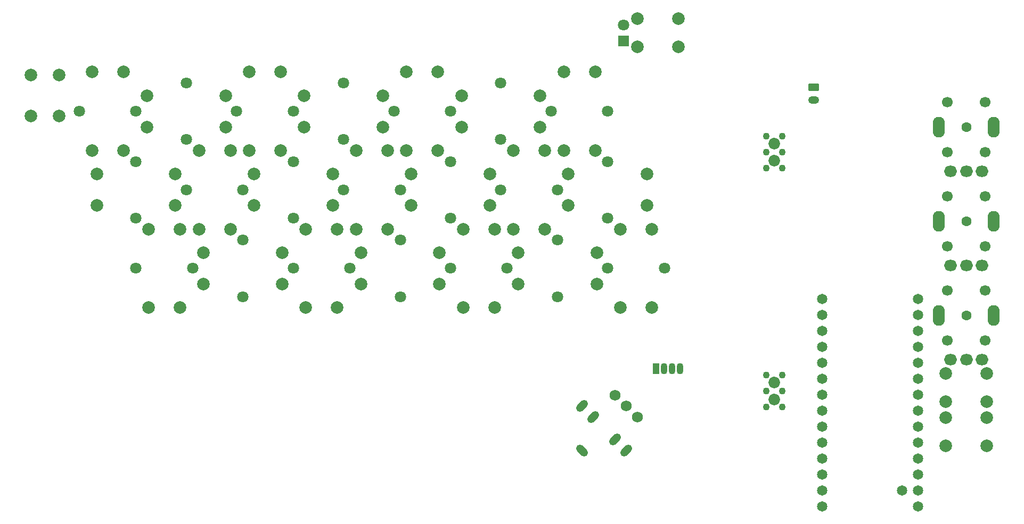
<source format=gbr>
%TF.GenerationSoftware,KiCad,Pcbnew,(6.0.10-0)*%
%TF.CreationDate,2025-02-20T17:08:05+01:00*%
%TF.ProjectId,MiniChord,4d696e69-4368-46f7-9264-2e6b69636164,rev?*%
%TF.SameCoordinates,Original*%
%TF.FileFunction,Soldermask,Bot*%
%TF.FilePolarity,Negative*%
%FSLAX46Y46*%
G04 Gerber Fmt 4.6, Leading zero omitted, Abs format (unit mm)*
G04 Created by KiCad (PCBNEW (6.0.10-0)) date 2025-02-20 17:08:05*
%MOMM*%
%LPD*%
G01*
G04 APERTURE LIST*
G04 Aperture macros list*
%AMRoundRect*
0 Rectangle with rounded corners*
0 $1 Rounding radius*
0 $2 $3 $4 $5 $6 $7 $8 $9 X,Y pos of 4 corners*
0 Add a 4 corners polygon primitive as box body*
4,1,4,$2,$3,$4,$5,$6,$7,$8,$9,$2,$3,0*
0 Add four circle primitives for the rounded corners*
1,1,$1+$1,$2,$3*
1,1,$1+$1,$4,$5*
1,1,$1+$1,$6,$7*
1,1,$1+$1,$8,$9*
0 Add four rect primitives between the rounded corners*
20,1,$1+$1,$2,$3,$4,$5,0*
20,1,$1+$1,$4,$5,$6,$7,0*
20,1,$1+$1,$6,$7,$8,$9,0*
20,1,$1+$1,$8,$9,$2,$3,0*%
%AMHorizOval*
0 Thick line with rounded ends*
0 $1 width*
0 $2 $3 position (X,Y) of the first rounded end (center of the circle)*
0 $4 $5 position (X,Y) of the second rounded end (center of the circle)*
0 Add line between two ends*
20,1,$1,$2,$3,$4,$5,0*
0 Add two circle primitives to create the rounded ends*
1,1,$1,$2,$3*
1,1,$1,$4,$5*%
G04 Aperture macros list end*
%ADD10C,1.800000*%
%ADD11C,2.000000*%
%ADD12R,1.070000X1.800000*%
%ADD13O,1.070000X1.800000*%
%ADD14R,1.800000X1.800000*%
%ADD15C,1.700000*%
%ADD16O,1.900000X3.300000*%
%ADD17C,1.600000*%
%ADD18O,2.050000X1.800000*%
%ADD19C,1.100000*%
%ADD20C,1.850000*%
%ADD21C,1.650000*%
%ADD22C,1.750000*%
%ADD23HorizOval,1.200000X-0.353553X-0.353553X0.353553X0.353553X0*%
%ADD24HorizOval,1.200000X0.353553X-0.353553X-0.353553X0.353553X0*%
%ADD25HorizOval,1.200000X0.353553X0.353553X-0.353553X-0.353553X0*%
%ADD26RoundRect,0.250000X-0.625000X0.350000X-0.625000X-0.350000X0.625000X-0.350000X0.625000X0.350000X0*%
%ADD27O,1.750000X1.200000*%
G04 APERTURE END LIST*
D10*
%TO.C,SW11*%
X77000000Y-98000000D03*
X68000000Y-98000000D03*
D11*
X75000000Y-91750000D03*
X75000000Y-104250000D03*
X70000000Y-91750000D03*
X70000000Y-104250000D03*
%TD*%
%TO.C,SW26*%
X121250000Y-75250000D03*
X114750000Y-75250000D03*
X121250000Y-70750000D03*
X114750000Y-70750000D03*
%TD*%
D12*
%TO.C,D2*%
X117640000Y-126500000D03*
D13*
X118910000Y-126500000D03*
X120180000Y-126500000D03*
X121450000Y-126500000D03*
%TD*%
D10*
%TO.C,SW12*%
X85000000Y-93500000D03*
X85000000Y-102500000D03*
D11*
X91250000Y-100500000D03*
X78750000Y-100500000D03*
X91250000Y-95500000D03*
X78750000Y-95500000D03*
%TD*%
D10*
%TO.C,SW15*%
X44000000Y-110500000D03*
X35000000Y-110500000D03*
D11*
X42000000Y-104250000D03*
X42000000Y-116750000D03*
X37000000Y-104250000D03*
X37000000Y-116750000D03*
%TD*%
D10*
%TO.C,SW10*%
X60000000Y-102500000D03*
X60000000Y-93500000D03*
D11*
X66250000Y-100500000D03*
X53750000Y-100500000D03*
X66250000Y-95500000D03*
X53750000Y-95500000D03*
%TD*%
D14*
%TO.C,D1*%
X112500000Y-74270000D03*
D10*
X112500000Y-71730000D03*
%TD*%
%TO.C,SW21*%
X110000000Y-110500000D03*
X119000000Y-110500000D03*
D11*
X117000000Y-104250000D03*
X117000000Y-116750000D03*
X112000000Y-104250000D03*
X112000000Y-116750000D03*
%TD*%
D10*
%TO.C,SW6*%
X93000000Y-90000000D03*
X93000000Y-81000000D03*
D11*
X99250000Y-88000000D03*
X86750000Y-88000000D03*
X99250000Y-83000000D03*
X86750000Y-83000000D03*
%TD*%
D10*
%TO.C,SW14*%
X110000000Y-93500000D03*
X110000000Y-102500000D03*
D11*
X116250000Y-100500000D03*
X103750000Y-100500000D03*
X116250000Y-95500000D03*
X103750000Y-95500000D03*
%TD*%
D10*
%TO.C,SW2*%
X43000000Y-81000000D03*
X43000000Y-90000000D03*
D11*
X49250000Y-88000000D03*
X36750000Y-88000000D03*
X49250000Y-83000000D03*
X36750000Y-83000000D03*
%TD*%
D10*
%TO.C,SW17*%
X69000000Y-110500000D03*
X60000000Y-110500000D03*
D11*
X67000000Y-104250000D03*
X67000000Y-116750000D03*
X62000000Y-104250000D03*
X62000000Y-116750000D03*
%TD*%
D15*
%TO.C,RV3*%
X170000000Y-84030000D03*
X170000000Y-92030000D03*
D16*
X171400000Y-88030000D03*
D17*
X167000000Y-88030000D03*
D16*
X162600000Y-88030000D03*
D15*
X164000000Y-84030000D03*
X164000000Y-92030000D03*
D18*
X164500000Y-95030000D03*
X167000000Y-95030000D03*
X169500000Y-95030000D03*
%TD*%
D10*
%TO.C,SW13*%
X102000000Y-98000000D03*
X93000000Y-98000000D03*
D11*
X100000000Y-91750000D03*
X100000000Y-104250000D03*
X95000000Y-91750000D03*
X95000000Y-104250000D03*
%TD*%
%TO.C,SW24*%
X170250000Y-131750000D03*
X163750000Y-131750000D03*
X170250000Y-127250000D03*
X163750000Y-127250000D03*
%TD*%
D10*
%TO.C,SW18*%
X77000000Y-115000000D03*
X77000000Y-106000000D03*
D11*
X83250000Y-113000000D03*
X70750000Y-113000000D03*
X83250000Y-108000000D03*
X70750000Y-108000000D03*
%TD*%
D10*
%TO.C,SW16*%
X52000000Y-106000000D03*
X52000000Y-115000000D03*
D11*
X58250000Y-113000000D03*
X45750000Y-113000000D03*
X58250000Y-108000000D03*
X45750000Y-108000000D03*
%TD*%
D10*
%TO.C,SW20*%
X102000000Y-106000000D03*
X102000000Y-115000000D03*
D11*
X108250000Y-113000000D03*
X95750000Y-113000000D03*
X108250000Y-108000000D03*
X95750000Y-108000000D03*
%TD*%
D19*
%TO.C,J1*%
X135230000Y-92000000D03*
X137770000Y-92000000D03*
X137770000Y-94540000D03*
X135230000Y-94540000D03*
X137770000Y-89460000D03*
D20*
X136450000Y-93350000D03*
D19*
X135230000Y-89460000D03*
D20*
X136500000Y-90625000D03*
%TD*%
D16*
%TO.C,RV2*%
X162600000Y-103030000D03*
D15*
X170000000Y-107030000D03*
X170000000Y-99030000D03*
D17*
X167000000Y-103030000D03*
D15*
X164000000Y-99030000D03*
X164000000Y-107030000D03*
D16*
X171400000Y-103030000D03*
D18*
X164500000Y-110030000D03*
X167000000Y-110030000D03*
X169500000Y-110030000D03*
%TD*%
D10*
%TO.C,SW4*%
X68000000Y-81000000D03*
X68000000Y-90000000D03*
D11*
X74250000Y-88000000D03*
X61750000Y-88000000D03*
X74250000Y-83000000D03*
X61750000Y-83000000D03*
%TD*%
%TO.C,SW22*%
X22750000Y-79750000D03*
X22750000Y-86250000D03*
X18250000Y-79750000D03*
X18250000Y-86250000D03*
%TD*%
D19*
%TO.C,J4*%
X135230000Y-127460000D03*
D20*
X136500000Y-128625000D03*
D19*
X137770000Y-127460000D03*
X137770000Y-132540000D03*
X137770000Y-130000000D03*
D20*
X136450000Y-131350000D03*
D19*
X135230000Y-132540000D03*
X135230000Y-130000000D03*
%TD*%
D10*
%TO.C,SW5*%
X76000000Y-85500000D03*
X85000000Y-85500000D03*
D11*
X83000000Y-79250000D03*
X83000000Y-91750000D03*
X78000000Y-79250000D03*
X78000000Y-91750000D03*
%TD*%
D10*
%TO.C,SW19*%
X85000000Y-110500000D03*
X94000000Y-110500000D03*
D11*
X92000000Y-104250000D03*
X92000000Y-116750000D03*
X87000000Y-104250000D03*
X87000000Y-116750000D03*
%TD*%
D10*
%TO.C,SW9*%
X43000000Y-98000000D03*
X52000000Y-98000000D03*
D11*
X50000000Y-91750000D03*
X50000000Y-104250000D03*
X45000000Y-91750000D03*
X45000000Y-104250000D03*
%TD*%
D16*
%TO.C,RV1*%
X171400000Y-118000000D03*
D15*
X170000000Y-122000000D03*
X164000000Y-114000000D03*
D17*
X167000000Y-118000000D03*
D15*
X170000000Y-114000000D03*
X164000000Y-122000000D03*
D16*
X162600000Y-118000000D03*
D18*
X164500000Y-125000000D03*
X167000000Y-125000000D03*
X169500000Y-125000000D03*
%TD*%
D21*
%TO.C,U1*%
X144130000Y-148375000D03*
X144130000Y-145835000D03*
X144130000Y-143295000D03*
X144130000Y-140755000D03*
X144130000Y-138215000D03*
X144130000Y-135675000D03*
X144130000Y-133135000D03*
X144130000Y-130595000D03*
X144130000Y-128055000D03*
X144130000Y-125515000D03*
X144130000Y-122975000D03*
X144130000Y-120435000D03*
X144130000Y-117895000D03*
X144130000Y-115355000D03*
X159370000Y-115355000D03*
X159370000Y-117895000D03*
X159370000Y-120435000D03*
X159370000Y-122975000D03*
X159370000Y-125515000D03*
X159370000Y-128055000D03*
X159370000Y-130595000D03*
X159370000Y-133135000D03*
X159370000Y-135675000D03*
X159370000Y-138215000D03*
X159370000Y-140755000D03*
X159370000Y-143295000D03*
X159370000Y-145835000D03*
X159370000Y-148375000D03*
X156830000Y-145835000D03*
%TD*%
D10*
%TO.C,SW7*%
X110000000Y-85500000D03*
X101000000Y-85500000D03*
D11*
X108000000Y-79250000D03*
X108000000Y-91750000D03*
X103000000Y-79250000D03*
X103000000Y-91750000D03*
%TD*%
D10*
%TO.C,SW3*%
X51000000Y-85500000D03*
X60000000Y-85500000D03*
D11*
X58000000Y-79250000D03*
X58000000Y-91750000D03*
X53000000Y-79250000D03*
X53000000Y-91750000D03*
%TD*%
D22*
%TO.C,J2*%
X114738835Y-134196699D03*
X112971068Y-132428932D03*
X111203301Y-130661165D03*
D23*
X105900000Y-132428932D03*
X107667767Y-134196699D03*
D24*
X105900000Y-139500000D03*
D25*
X112971068Y-139500000D03*
X111203301Y-137732233D03*
%TD*%
D10*
%TO.C,SW1*%
X35000000Y-85500000D03*
X26000000Y-85500000D03*
D11*
X33000000Y-79250000D03*
X33000000Y-91750000D03*
X28000000Y-79250000D03*
X28000000Y-91750000D03*
%TD*%
%TO.C,SW25*%
X163750000Y-134250000D03*
X170250000Y-134250000D03*
X163750000Y-138750000D03*
X170250000Y-138750000D03*
%TD*%
D10*
%TO.C,SW8*%
X35000000Y-93500000D03*
X35000000Y-102500000D03*
D11*
X41250000Y-100500000D03*
X28750000Y-100500000D03*
X41250000Y-95500000D03*
X28750000Y-95500000D03*
%TD*%
D26*
%TO.C,J3*%
X142757500Y-81700000D03*
D27*
X142757500Y-83700000D03*
%TD*%
M02*

</source>
